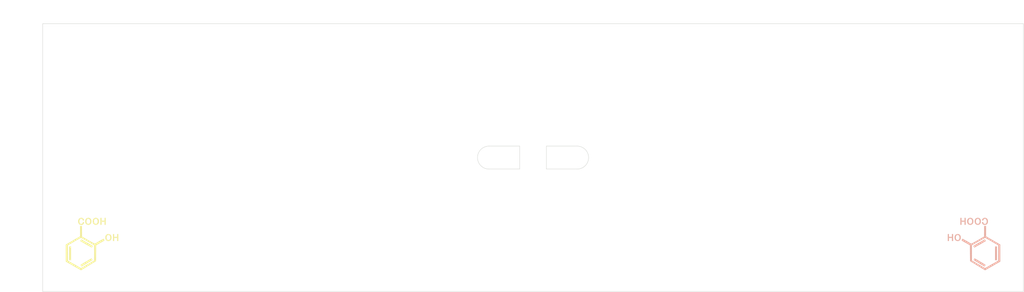
<source format=kicad_pcb>
(kicad_pcb (version 20171130) (host pcbnew "(5.0.1)-3")

  (general
    (thickness 1.6)
    (drawings 14)
    (tracks 0)
    (zones 0)
    (modules 2)
    (nets 1)
  )

  (page A4)
  (layers
    (0 F.Cu signal)
    (31 B.Cu signal)
    (32 B.Adhes user)
    (33 F.Adhes user)
    (34 B.Paste user)
    (35 F.Paste user)
    (36 B.SilkS user)
    (37 F.SilkS user)
    (38 B.Mask user)
    (39 F.Mask user)
    (40 Dwgs.User user)
    (41 Cmts.User user)
    (42 Eco1.User user)
    (43 Eco2.User user)
    (44 Edge.Cuts user)
    (45 Margin user)
    (46 B.CrtYd user)
    (47 F.CrtYd user)
    (48 B.Fab user)
    (49 F.Fab user)
  )

  (setup
    (last_trace_width 0.25)
    (user_trace_width 0.5)
    (trace_clearance 0.2)
    (zone_clearance 0.508)
    (zone_45_only no)
    (trace_min 0.2)
    (segment_width 0.2)
    (edge_width 0.1)
    (via_size 0.8)
    (via_drill 0.4)
    (via_min_size 0.4)
    (via_min_drill 0.3)
    (uvia_size 0.3)
    (uvia_drill 0.1)
    (uvias_allowed no)
    (uvia_min_size 0.2)
    (uvia_min_drill 0.1)
    (pcb_text_width 0.3)
    (pcb_text_size 1.5 1.5)
    (mod_edge_width 0.15)
    (mod_text_size 1 1)
    (mod_text_width 0.15)
    (pad_size 1.5 1.5)
    (pad_drill 0.6)
    (pad_to_mask_clearance 0)
    (solder_mask_min_width 0.25)
    (aux_axis_origin 0 0)
    (visible_elements 7FFFFFFF)
    (pcbplotparams
      (layerselection 0x010f0_ffffffff)
      (usegerberextensions true)
      (usegerberattributes false)
      (usegerberadvancedattributes false)
      (creategerberjobfile false)
      (excludeedgelayer true)
      (linewidth 0.100000)
      (plotframeref false)
      (viasonmask false)
      (mode 1)
      (useauxorigin false)
      (hpglpennumber 1)
      (hpglpenspeed 20)
      (hpglpendiameter 15.000000)
      (psnegative false)
      (psa4output false)
      (plotreference true)
      (plotvalue true)
      (plotinvisibletext false)
      (padsonsilk false)
      (subtractmaskfromsilk false)
      (outputformat 1)
      (mirror false)
      (drillshape 0)
      (scaleselection 1)
      (outputdirectory "../生成ファイル/yukata_base/"))
  )

  (net 0 "")

  (net_class Default "これはデフォルトのネット クラスです。"
    (clearance 0.2)
    (trace_width 0.25)
    (via_dia 0.8)
    (via_drill 0.4)
    (uvia_dia 0.3)
    (uvia_drill 0.1)
  )

  (module logos:salicylic-acid2s (layer F.Cu) (tedit 0) (tstamp 5C7FF3E7)
    (at 32.25 75.5)
    (fp_text reference G*** (at 0 0) (layer F.SilkS) hide
      (effects (font (size 1.524 1.524) (thickness 0.3)))
    )
    (fp_text value LOGO (at 0.75 0) (layer F.SilkS) hide
      (effects (font (size 1.524 1.524) (thickness 0.3)))
    )
    (fp_poly (pts (xy -3.65284 -0.356344) (xy -3.567656 -0.310362) (xy -3.437364 -0.238461) (xy -3.268797 -0.144517)
      (xy -3.068786 -0.032406) (xy -2.844164 0.093997) (xy -2.601763 0.230816) (xy -2.348415 0.374176)
      (xy -2.090952 0.5202) (xy -1.836207 0.665014) (xy -1.591011 0.804741) (xy -1.362197 0.935507)
      (xy -1.156598 1.053436) (xy -0.981044 1.154651) (xy -0.842369 1.235278) (xy -0.747405 1.291442)
      (xy -0.702983 1.319265) (xy -0.701264 1.32061) (xy -0.696339 1.363601) (xy -0.720718 1.436348)
      (xy -0.723725 1.442496) (xy -0.772268 1.540486) (xy -0.82692 1.6523) (xy -0.834496 1.667934)
      (xy -0.880207 1.746379) (xy -0.920609 1.78973) (xy -0.930568 1.792865) (xy -0.965912 1.776084)
      (xy -1.054243 1.728709) (xy -1.189852 1.653945) (xy -1.367026 1.554997) (xy -1.580058 1.435073)
      (xy -1.823236 1.297376) (xy -2.090851 1.145114) (xy -2.377192 0.981491) (xy -2.443695 0.943392)
      (xy -3.92219 0.095988) (xy -3.818719 -0.138272) (xy -3.765637 -0.250351) (xy -3.719576 -0.333211)
      (xy -3.689203 -0.371544) (xy -3.686084 -0.372533) (xy -3.65284 -0.356344)) (layer F.SilkS) (width 0.01))
    (fp_poly (pts (xy -6.333067 5.08) (xy -6.841067 5.08) (xy -6.841067 1.490134) (xy -6.333067 1.490134)
      (xy -6.333067 5.08)) (layer F.SilkS) (width 0.01))
    (fp_poly (pts (xy -0.963019 4.611786) (xy -0.926551 4.665818) (xy -0.876676 4.759859) (xy -0.835438 4.848434)
      (xy -0.751418 5.040201) (xy -2.167875 5.889834) (xy -2.449622 6.058466) (xy -2.713966 6.21597)
      (xy -2.955188 6.358989) (xy -3.167566 6.484166) (xy -3.345383 6.588142) (xy -3.482919 6.66756)
      (xy -3.574454 6.719063) (xy -3.61427 6.739293) (xy -3.615185 6.739467) (xy -3.644264 6.711373)
      (xy -3.692483 6.637233) (xy -3.750085 6.532265) (xy -3.757839 6.516979) (xy -3.809251 6.403693)
      (xy -3.838827 6.31565) (xy -3.841263 6.269008) (xy -3.839819 6.267252) (xy -3.805565 6.244922)
      (xy -3.718884 6.191429) (xy -3.585549 6.110256) (xy -3.411335 6.004888) (xy -3.202016 5.878809)
      (xy -2.963365 5.735502) (xy -2.701157 5.578452) (xy -2.421165 5.411143) (xy -2.40829 5.403459)
      (xy -2.078176 5.206878) (xy -1.801336 5.043108) (xy -1.573235 4.909664) (xy -1.389335 4.804061)
      (xy -1.245102 4.723815) (xy -1.135999 4.666441) (xy -1.057489 4.629454) (xy -1.005038 4.61037)
      (xy -0.974109 4.606703) (xy -0.963019 4.611786)) (layer F.SilkS) (width 0.01))
    (fp_poly (pts (xy 1.6256 -5.249333) (xy 2.404533 -5.249333) (xy 2.404533 -5.9944) (xy 2.709333 -5.9944)
      (xy 2.709333 -4.1656) (xy 2.404533 -4.1656) (xy 2.404533 -4.9784) (xy 1.6256 -4.9784)
      (xy 1.6256 -4.1656) (xy 1.3208 -4.1656) (xy 1.3208 -5.9944) (xy 1.6256 -5.9944)
      (xy 1.6256 -5.249333)) (layer F.SilkS) (width 0.01))
    (fp_poly (pts (xy 0.39018 -5.963724) (xy 0.582265 -5.872552) (xy 0.739466 -5.736759) (xy 0.74608 -5.728892)
      (xy 0.855823 -5.547013) (xy 0.922974 -5.329541) (xy 0.947294 -5.093742) (xy 0.928546 -4.856879)
      (xy 0.86649 -4.636218) (xy 0.763707 -4.452695) (xy 0.620093 -4.314337) (xy 0.437727 -4.212464)
      (xy 0.236373 -4.154134) (xy 0.035792 -4.146405) (xy -0.0508 -4.161793) (xy -0.246948 -4.242568)
      (xy -0.420901 -4.370646) (xy -0.557295 -4.531876) (xy -0.638029 -4.702672) (xy -0.663294 -4.838075)
      (xy -0.675039 -5.011829) (xy -0.674383 -5.08) (xy -0.353644 -5.08) (xy -0.335157 -4.8514)
      (xy -0.277725 -4.673039) (xy -0.178393 -4.537775) (xy -0.105059 -4.479313) (xy 0.049296 -4.414016)
      (xy 0.211255 -4.414069) (xy 0.364068 -4.475633) (xy 0.483803 -4.583628) (xy 0.562696 -4.736771)
      (xy 0.602705 -4.939877) (xy 0.608856 -5.077774) (xy 0.587917 -5.307022) (xy 0.526115 -5.494861)
      (xy 0.427175 -5.636031) (xy 0.294819 -5.725268) (xy 0.132771 -5.75731) (xy 0.128011 -5.757333)
      (xy -0.032781 -5.726611) (xy -0.165581 -5.63842) (xy -0.266146 -5.498724) (xy -0.330238 -5.313487)
      (xy -0.353615 -5.088672) (xy -0.353644 -5.08) (xy -0.674383 -5.08) (xy -0.673265 -5.195915)
      (xy -0.657971 -5.362315) (xy -0.638029 -5.457327) (xy -0.565434 -5.609312) (xy -0.44788 -5.759249)
      (xy -0.304955 -5.884552) (xy -0.224961 -5.933591) (xy -0.030476 -5.997836) (xy 0.180252 -6.006682)
      (xy 0.39018 -5.963724)) (layer F.SilkS) (width 0.01))
    (fp_poly (pts (xy -1.574087 -5.963724) (xy -1.382001 -5.872552) (xy -1.224801 -5.736759) (xy -1.218186 -5.728892)
      (xy -1.108444 -5.547013) (xy -1.041293 -5.329541) (xy -1.016972 -5.093742) (xy -1.035721 -4.856879)
      (xy -1.097777 -4.636218) (xy -1.20056 -4.452695) (xy -1.344173 -4.314337) (xy -1.526539 -4.212464)
      (xy -1.727894 -4.154134) (xy -1.928474 -4.146405) (xy -2.015067 -4.161793) (xy -2.211214 -4.242568)
      (xy -2.385167 -4.370646) (xy -2.521561 -4.531876) (xy -2.602296 -4.702672) (xy -2.62756 -4.838075)
      (xy -2.639306 -5.011829) (xy -2.638649 -5.08) (xy -2.31791 -5.08) (xy -2.299423 -4.8514)
      (xy -2.241992 -4.673039) (xy -2.14266 -4.537775) (xy -2.069325 -4.479313) (xy -1.914971 -4.414016)
      (xy -1.753012 -4.414069) (xy -1.600199 -4.475633) (xy -1.480464 -4.583628) (xy -1.40157 -4.736771)
      (xy -1.361562 -4.939877) (xy -1.355411 -5.077774) (xy -1.37635 -5.307022) (xy -1.438151 -5.494861)
      (xy -1.537092 -5.636031) (xy -1.669448 -5.725268) (xy -1.831496 -5.75731) (xy -1.836256 -5.757333)
      (xy -1.997048 -5.726611) (xy -2.129847 -5.63842) (xy -2.230413 -5.498724) (xy -2.294505 -5.313487)
      (xy -2.317882 -5.088672) (xy -2.31791 -5.08) (xy -2.638649 -5.08) (xy -2.637531 -5.195915)
      (xy -2.622238 -5.362315) (xy -2.602296 -5.457327) (xy -2.5297 -5.609312) (xy -2.412146 -5.759249)
      (xy -2.269222 -5.884552) (xy -2.189228 -5.933591) (xy -1.994743 -5.997836) (xy -1.784015 -6.006682)
      (xy -1.574087 -5.963724)) (layer F.SilkS) (width 0.01))
    (fp_poly (pts (xy -3.513912 -5.996729) (xy -3.481824 -5.99047) (xy -3.299844 -5.919186) (xy -3.145072 -5.794821)
      (xy -3.031057 -5.630636) (xy -2.983686 -5.502882) (xy -2.96295 -5.386683) (xy -2.978516 -5.319625)
      (xy -3.037668 -5.289646) (xy -3.115733 -5.284237) (xy -3.205445 -5.29598) (xy -3.263765 -5.341477)
      (xy -3.308281 -5.436134) (xy -3.316286 -5.459892) (xy -3.394096 -5.605264) (xy -3.511959 -5.707072)
      (xy -3.656608 -5.75498) (xy -3.69805 -5.757333) (xy -3.79304 -5.74779) (xy -3.871441 -5.710215)
      (xy -3.961044 -5.631189) (xy -3.962666 -5.62957) (xy -4.074283 -5.474384) (xy -4.143541 -5.285438)
      (xy -4.17019 -5.079507) (xy -4.153981 -4.873368) (xy -4.094664 -4.683796) (xy -3.991992 -4.527567)
      (xy -3.979229 -4.514322) (xy -3.900817 -4.445568) (xy -3.825884 -4.412557) (xy -3.722605 -4.402891)
      (xy -3.692627 -4.402667) (xy -3.577353 -4.40962) (xy -3.481321 -4.427297) (xy -3.449295 -4.439266)
      (xy -3.389265 -4.49777) (xy -3.328127 -4.597187) (xy -3.278512 -4.712104) (xy -3.25305 -4.817109)
      (xy -3.251944 -4.836322) (xy -3.245415 -4.8831) (xy -3.215242 -4.904188) (xy -3.143769 -4.906988)
      (xy -3.090333 -4.904055) (xy -2.993638 -4.895308) (xy -2.947783 -4.877182) (xy -2.935944 -4.83726)
      (xy -2.938665 -4.792133) (xy -2.98558 -4.58634) (xy -3.081286 -4.407069) (xy -3.216629 -4.266419)
      (xy -3.382454 -4.176492) (xy -3.411141 -4.167636) (xy -3.612631 -4.136467) (xy -3.822642 -4.145357)
      (xy -3.975108 -4.181487) (xy -4.15201 -4.278434) (xy -4.295178 -4.424273) (xy -4.402235 -4.607856)
      (xy -4.470805 -4.818037) (xy -4.49851 -5.043669) (xy -4.482972 -5.273605) (xy -4.421815 -5.496699)
      (xy -4.312662 -5.701803) (xy -4.302408 -5.716241) (xy -4.153171 -5.866997) (xy -3.965945 -5.966024)
      (xy -3.749826 -6.010281) (xy -3.513912 -5.996729)) (layer F.SilkS) (width 0.01))
    (fp_poly (pts (xy 4.910667 -1.016) (xy 5.6896 -1.016) (xy 5.6896 -1.761066) (xy 5.9944 -1.761066)
      (xy 5.9944 0.067733) (xy 5.6896 0.067733) (xy 5.6896 -0.745067) (xy 4.910667 -0.745067)
      (xy 4.910667 0.067733) (xy 4.605867 0.067733) (xy 4.605867 -1.761066) (xy 4.910667 -1.761066)
      (xy 4.910667 -1.016)) (layer F.SilkS) (width 0.01))
    (fp_poly (pts (xy 3.675246 -1.73039) (xy 3.867332 -1.639218) (xy 4.024533 -1.503426) (xy 4.031147 -1.495559)
      (xy 4.14089 -1.31368) (xy 4.20804 -1.096208) (xy 4.232361 -0.860408) (xy 4.213612 -0.623545)
      (xy 4.151556 -0.402885) (xy 4.048774 -0.219361) (xy 3.90516 -0.081003) (xy 3.722794 0.02087)
      (xy 3.521439 0.0792) (xy 3.320859 0.086928) (xy 3.234267 0.071541) (xy 3.038119 -0.009234)
      (xy 2.864166 -0.137312) (xy 2.727772 -0.298542) (xy 2.647037 -0.469339) (xy 2.621773 -0.604741)
      (xy 2.610028 -0.778495) (xy 2.610684 -0.846667) (xy 2.931423 -0.846667) (xy 2.94991 -0.618067)
      (xy 3.007342 -0.439706) (xy 3.106674 -0.304441) (xy 3.180008 -0.24598) (xy 3.334363 -0.180682)
      (xy 3.496322 -0.180736) (xy 3.649135 -0.2423) (xy 3.76887 -0.350294) (xy 3.847763 -0.503438)
      (xy 3.887772 -0.706544) (xy 3.893923 -0.844441) (xy 3.872984 -1.073688) (xy 3.811182 -1.261528)
      (xy 3.712241 -1.402697) (xy 3.579885 -1.491935) (xy 3.417837 -1.523977) (xy 3.413077 -1.524)
      (xy 3.252285 -1.493278) (xy 3.119486 -1.405087) (xy 3.01892 -1.265391) (xy 2.954828 -1.080154)
      (xy 2.931452 -0.855339) (xy 2.931423 -0.846667) (xy 2.610684 -0.846667) (xy 2.611802 -0.962582)
      (xy 2.627095 -1.128982) (xy 2.647037 -1.223994) (xy 2.719633 -1.375979) (xy 2.837187 -1.525915)
      (xy 2.980112 -1.651218) (xy 3.060105 -1.700257) (xy 3.254591 -1.764502) (xy 3.465319 -1.773349)
      (xy 3.675246 -1.73039)) (layer F.SilkS) (width 0.01))
    (fp_poly (pts (xy -3.471333 -1.103234) (xy -1.829736 -0.164989) (xy -1.471231 0.039602) (xy -1.166793 0.212541)
      (xy -0.911923 0.3562) (xy -0.702121 0.472955) (xy -0.532889 0.565179) (xy -0.399727 0.635245)
      (xy -0.298136 0.68553) (xy -0.223618 0.718405) (xy -0.171672 0.736245) (xy -0.1378 0.741425)
      (xy -0.119469 0.737446) (xy -0.074873 0.712685) (xy 0.021288 0.658257) (xy 0.161856 0.578248)
      (xy 0.339671 0.476746) (xy 0.547573 0.357836) (xy 0.778405 0.225604) (xy 0.999181 0.098961)
      (xy 1.243753 -0.04113) (xy 1.471258 -0.170889) (xy 1.674653 -0.28634) (xy 1.846894 -0.38351)
      (xy 1.980937 -0.458422) (xy 2.069739 -0.507104) (xy 2.105281 -0.525251) (xy 2.143652 -0.522078)
      (xy 2.189616 -0.478224) (xy 2.250963 -0.384977) (xy 2.287266 -0.321718) (xy 2.347366 -0.203834)
      (xy 2.381394 -0.114719) (xy 2.384235 -0.067986) (xy 2.383126 -0.066646) (xy 2.347745 -0.043424)
      (xy 2.260322 0.009398) (xy 2.127647 0.08785) (xy 1.956505 0.18796) (xy 1.753684 0.305758)
      (xy 1.525973 0.437272) (xy 1.286628 0.574825) (xy 0.220133 1.186291) (xy 0.2032 3.255626)
      (xy 0.186266 5.32496) (xy -1.769889 6.52328) (xy -2.100463 6.725708) (xy -2.413733 6.917386)
      (xy -2.704973 7.095433) (xy -2.96946 7.25697) (xy -3.202469 7.399114) (xy -3.399275 7.518985)
      (xy -3.555155 7.613702) (xy -3.665384 7.680384) (xy -3.725237 7.716149) (xy -3.734989 7.7216)
      (xy -3.765109 7.705208) (xy -3.849177 7.657861) (xy -3.982382 7.582302) (xy -4.159917 7.481273)
      (xy -4.376971 7.357518) (xy -4.628736 7.21378) (xy -4.910403 7.052801) (xy -5.217164 6.877325)
      (xy -5.544208 6.690095) (xy -5.732766 6.582082) (xy -7.7216 5.442565) (xy -7.720373 3.220816)
      (xy -7.719258 1.202267) (xy -7.177965 1.202267) (xy -7.170383 3.196828) (xy -7.1628 5.191388)
      (xy -5.452533 6.164709) (xy -3.742267 7.138029) (xy -3.623734 7.075699) (xy -3.572434 7.04711)
      (xy -3.468465 6.987798) (xy -3.317679 6.901146) (xy -3.125925 6.790536) (xy -2.899057 6.65935)
      (xy -2.642925 6.51097) (xy -2.363381 6.348776) (xy -2.066277 6.176152) (xy -1.913467 6.087275)
      (xy -0.321734 5.161179) (xy -0.314197 3.16479) (xy -0.306661 1.1684) (xy -2.000492 0.2032)
      (xy -2.311764 0.026113) (xy -2.606198 -0.140842) (xy -2.878408 -0.294649) (xy -3.12301 -0.432292)
      (xy -3.33462 -0.550754) (xy -3.507853 -0.647019) (xy -3.637324 -0.71807) (xy -3.717649 -0.760893)
      (xy -3.742831 -0.772783) (xy -3.78016 -0.758056) (xy -3.870469 -0.71184) (xy -4.008439 -0.637136)
      (xy -4.188754 -0.53694) (xy -4.406097 -0.414251) (xy -4.65515 -0.272068) (xy -4.930594 -0.113388)
      (xy -5.227114 0.05879) (xy -5.484652 0.20935) (xy -7.177965 1.202267) (xy -7.719258 1.202267)
      (xy -7.719145 0.999067) (xy -5.857756 -0.084667) (xy -3.996367 -1.1684) (xy -3.996267 -3.8608)
      (xy -3.489027 -3.8608) (xy -3.471333 -1.103234)) (layer F.SilkS) (width 0.01))
  )

  (module logos:salicylic-acid2s (layer B.Cu) (tedit 0) (tstamp 5C7FF42B)
    (at 260.75 75.5 180)
    (fp_text reference G*** (at 0 0 180) (layer B.SilkS) hide
      (effects (font (size 1.524 1.524) (thickness 0.3)) (justify mirror))
    )
    (fp_text value LOGO (at 0.75 0 180) (layer B.SilkS) hide
      (effects (font (size 1.524 1.524) (thickness 0.3)) (justify mirror))
    )
    (fp_poly (pts (xy -3.65284 0.356344) (xy -3.567656 0.310362) (xy -3.437364 0.238461) (xy -3.268797 0.144517)
      (xy -3.068786 0.032406) (xy -2.844164 -0.093997) (xy -2.601763 -0.230816) (xy -2.348415 -0.374176)
      (xy -2.090952 -0.5202) (xy -1.836207 -0.665014) (xy -1.591011 -0.804741) (xy -1.362197 -0.935507)
      (xy -1.156598 -1.053436) (xy -0.981044 -1.154651) (xy -0.842369 -1.235278) (xy -0.747405 -1.291442)
      (xy -0.702983 -1.319265) (xy -0.701264 -1.32061) (xy -0.696339 -1.363601) (xy -0.720718 -1.436348)
      (xy -0.723725 -1.442496) (xy -0.772268 -1.540486) (xy -0.82692 -1.6523) (xy -0.834496 -1.667934)
      (xy -0.880207 -1.746379) (xy -0.920609 -1.78973) (xy -0.930568 -1.792865) (xy -0.965912 -1.776084)
      (xy -1.054243 -1.728709) (xy -1.189852 -1.653945) (xy -1.367026 -1.554997) (xy -1.580058 -1.435073)
      (xy -1.823236 -1.297376) (xy -2.090851 -1.145114) (xy -2.377192 -0.981491) (xy -2.443695 -0.943392)
      (xy -3.92219 -0.095988) (xy -3.818719 0.138272) (xy -3.765637 0.250351) (xy -3.719576 0.333211)
      (xy -3.689203 0.371544) (xy -3.686084 0.372533) (xy -3.65284 0.356344)) (layer B.SilkS) (width 0.01))
    (fp_poly (pts (xy -6.333067 -5.08) (xy -6.841067 -5.08) (xy -6.841067 -1.490134) (xy -6.333067 -1.490134)
      (xy -6.333067 -5.08)) (layer B.SilkS) (width 0.01))
    (fp_poly (pts (xy -0.963019 -4.611786) (xy -0.926551 -4.665818) (xy -0.876676 -4.759859) (xy -0.835438 -4.848434)
      (xy -0.751418 -5.040201) (xy -2.167875 -5.889834) (xy -2.449622 -6.058466) (xy -2.713966 -6.21597)
      (xy -2.955188 -6.358989) (xy -3.167566 -6.484166) (xy -3.345383 -6.588142) (xy -3.482919 -6.66756)
      (xy -3.574454 -6.719063) (xy -3.61427 -6.739293) (xy -3.615185 -6.739467) (xy -3.644264 -6.711373)
      (xy -3.692483 -6.637233) (xy -3.750085 -6.532265) (xy -3.757839 -6.516979) (xy -3.809251 -6.403693)
      (xy -3.838827 -6.31565) (xy -3.841263 -6.269008) (xy -3.839819 -6.267252) (xy -3.805565 -6.244922)
      (xy -3.718884 -6.191429) (xy -3.585549 -6.110256) (xy -3.411335 -6.004888) (xy -3.202016 -5.878809)
      (xy -2.963365 -5.735502) (xy -2.701157 -5.578452) (xy -2.421165 -5.411143) (xy -2.40829 -5.403459)
      (xy -2.078176 -5.206878) (xy -1.801336 -5.043108) (xy -1.573235 -4.909664) (xy -1.389335 -4.804061)
      (xy -1.245102 -4.723815) (xy -1.135999 -4.666441) (xy -1.057489 -4.629454) (xy -1.005038 -4.61037)
      (xy -0.974109 -4.606703) (xy -0.963019 -4.611786)) (layer B.SilkS) (width 0.01))
    (fp_poly (pts (xy 1.6256 5.249333) (xy 2.404533 5.249333) (xy 2.404533 5.9944) (xy 2.709333 5.9944)
      (xy 2.709333 4.1656) (xy 2.404533 4.1656) (xy 2.404533 4.9784) (xy 1.6256 4.9784)
      (xy 1.6256 4.1656) (xy 1.3208 4.1656) (xy 1.3208 5.9944) (xy 1.6256 5.9944)
      (xy 1.6256 5.249333)) (layer B.SilkS) (width 0.01))
    (fp_poly (pts (xy 0.39018 5.963724) (xy 0.582265 5.872552) (xy 0.739466 5.736759) (xy 0.74608 5.728892)
      (xy 0.855823 5.547013) (xy 0.922974 5.329541) (xy 0.947294 5.093742) (xy 0.928546 4.856879)
      (xy 0.86649 4.636218) (xy 0.763707 4.452695) (xy 0.620093 4.314337) (xy 0.437727 4.212464)
      (xy 0.236373 4.154134) (xy 0.035792 4.146405) (xy -0.0508 4.161793) (xy -0.246948 4.242568)
      (xy -0.420901 4.370646) (xy -0.557295 4.531876) (xy -0.638029 4.702672) (xy -0.663294 4.838075)
      (xy -0.675039 5.011829) (xy -0.674383 5.08) (xy -0.353644 5.08) (xy -0.335157 4.8514)
      (xy -0.277725 4.673039) (xy -0.178393 4.537775) (xy -0.105059 4.479313) (xy 0.049296 4.414016)
      (xy 0.211255 4.414069) (xy 0.364068 4.475633) (xy 0.483803 4.583628) (xy 0.562696 4.736771)
      (xy 0.602705 4.939877) (xy 0.608856 5.077774) (xy 0.587917 5.307022) (xy 0.526115 5.494861)
      (xy 0.427175 5.636031) (xy 0.294819 5.725268) (xy 0.132771 5.75731) (xy 0.128011 5.757333)
      (xy -0.032781 5.726611) (xy -0.165581 5.63842) (xy -0.266146 5.498724) (xy -0.330238 5.313487)
      (xy -0.353615 5.088672) (xy -0.353644 5.08) (xy -0.674383 5.08) (xy -0.673265 5.195915)
      (xy -0.657971 5.362315) (xy -0.638029 5.457327) (xy -0.565434 5.609312) (xy -0.44788 5.759249)
      (xy -0.304955 5.884552) (xy -0.224961 5.933591) (xy -0.030476 5.997836) (xy 0.180252 6.006682)
      (xy 0.39018 5.963724)) (layer B.SilkS) (width 0.01))
    (fp_poly (pts (xy -1.574087 5.963724) (xy -1.382001 5.872552) (xy -1.224801 5.736759) (xy -1.218186 5.728892)
      (xy -1.108444 5.547013) (xy -1.041293 5.329541) (xy -1.016972 5.093742) (xy -1.035721 4.856879)
      (xy -1.097777 4.636218) (xy -1.20056 4.452695) (xy -1.344173 4.314337) (xy -1.526539 4.212464)
      (xy -1.727894 4.154134) (xy -1.928474 4.146405) (xy -2.015067 4.161793) (xy -2.211214 4.242568)
      (xy -2.385167 4.370646) (xy -2.521561 4.531876) (xy -2.602296 4.702672) (xy -2.62756 4.838075)
      (xy -2.639306 5.011829) (xy -2.638649 5.08) (xy -2.31791 5.08) (xy -2.299423 4.8514)
      (xy -2.241992 4.673039) (xy -2.14266 4.537775) (xy -2.069325 4.479313) (xy -1.914971 4.414016)
      (xy -1.753012 4.414069) (xy -1.600199 4.475633) (xy -1.480464 4.583628) (xy -1.40157 4.736771)
      (xy -1.361562 4.939877) (xy -1.355411 5.077774) (xy -1.37635 5.307022) (xy -1.438151 5.494861)
      (xy -1.537092 5.636031) (xy -1.669448 5.725268) (xy -1.831496 5.75731) (xy -1.836256 5.757333)
      (xy -1.997048 5.726611) (xy -2.129847 5.63842) (xy -2.230413 5.498724) (xy -2.294505 5.313487)
      (xy -2.317882 5.088672) (xy -2.31791 5.08) (xy -2.638649 5.08) (xy -2.637531 5.195915)
      (xy -2.622238 5.362315) (xy -2.602296 5.457327) (xy -2.5297 5.609312) (xy -2.412146 5.759249)
      (xy -2.269222 5.884552) (xy -2.189228 5.933591) (xy -1.994743 5.997836) (xy -1.784015 6.006682)
      (xy -1.574087 5.963724)) (layer B.SilkS) (width 0.01))
    (fp_poly (pts (xy -3.513912 5.996729) (xy -3.481824 5.99047) (xy -3.299844 5.919186) (xy -3.145072 5.794821)
      (xy -3.031057 5.630636) (xy -2.983686 5.502882) (xy -2.96295 5.386683) (xy -2.978516 5.319625)
      (xy -3.037668 5.289646) (xy -3.115733 5.284237) (xy -3.205445 5.29598) (xy -3.263765 5.341477)
      (xy -3.308281 5.436134) (xy -3.316286 5.459892) (xy -3.394096 5.605264) (xy -3.511959 5.707072)
      (xy -3.656608 5.75498) (xy -3.69805 5.757333) (xy -3.79304 5.74779) (xy -3.871441 5.710215)
      (xy -3.961044 5.631189) (xy -3.962666 5.62957) (xy -4.074283 5.474384) (xy -4.143541 5.285438)
      (xy -4.17019 5.079507) (xy -4.153981 4.873368) (xy -4.094664 4.683796) (xy -3.991992 4.527567)
      (xy -3.979229 4.514322) (xy -3.900817 4.445568) (xy -3.825884 4.412557) (xy -3.722605 4.402891)
      (xy -3.692627 4.402667) (xy -3.577353 4.40962) (xy -3.481321 4.427297) (xy -3.449295 4.439266)
      (xy -3.389265 4.49777) (xy -3.328127 4.597187) (xy -3.278512 4.712104) (xy -3.25305 4.817109)
      (xy -3.251944 4.836322) (xy -3.245415 4.8831) (xy -3.215242 4.904188) (xy -3.143769 4.906988)
      (xy -3.090333 4.904055) (xy -2.993638 4.895308) (xy -2.947783 4.877182) (xy -2.935944 4.83726)
      (xy -2.938665 4.792133) (xy -2.98558 4.58634) (xy -3.081286 4.407069) (xy -3.216629 4.266419)
      (xy -3.382454 4.176492) (xy -3.411141 4.167636) (xy -3.612631 4.136467) (xy -3.822642 4.145357)
      (xy -3.975108 4.181487) (xy -4.15201 4.278434) (xy -4.295178 4.424273) (xy -4.402235 4.607856)
      (xy -4.470805 4.818037) (xy -4.49851 5.043669) (xy -4.482972 5.273605) (xy -4.421815 5.496699)
      (xy -4.312662 5.701803) (xy -4.302408 5.716241) (xy -4.153171 5.866997) (xy -3.965945 5.966024)
      (xy -3.749826 6.010281) (xy -3.513912 5.996729)) (layer B.SilkS) (width 0.01))
    (fp_poly (pts (xy 4.910667 1.016) (xy 5.6896 1.016) (xy 5.6896 1.761066) (xy 5.9944 1.761066)
      (xy 5.9944 -0.067733) (xy 5.6896 -0.067733) (xy 5.6896 0.745067) (xy 4.910667 0.745067)
      (xy 4.910667 -0.067733) (xy 4.605867 -0.067733) (xy 4.605867 1.761066) (xy 4.910667 1.761066)
      (xy 4.910667 1.016)) (layer B.SilkS) (width 0.01))
    (fp_poly (pts (xy 3.675246 1.73039) (xy 3.867332 1.639218) (xy 4.024533 1.503426) (xy 4.031147 1.495559)
      (xy 4.14089 1.31368) (xy 4.20804 1.096208) (xy 4.232361 0.860408) (xy 4.213612 0.623545)
      (xy 4.151556 0.402885) (xy 4.048774 0.219361) (xy 3.90516 0.081003) (xy 3.722794 -0.02087)
      (xy 3.521439 -0.0792) (xy 3.320859 -0.086928) (xy 3.234267 -0.071541) (xy 3.038119 0.009234)
      (xy 2.864166 0.137312) (xy 2.727772 0.298542) (xy 2.647037 0.469339) (xy 2.621773 0.604741)
      (xy 2.610028 0.778495) (xy 2.610684 0.846667) (xy 2.931423 0.846667) (xy 2.94991 0.618067)
      (xy 3.007342 0.439706) (xy 3.106674 0.304441) (xy 3.180008 0.24598) (xy 3.334363 0.180682)
      (xy 3.496322 0.180736) (xy 3.649135 0.2423) (xy 3.76887 0.350294) (xy 3.847763 0.503438)
      (xy 3.887772 0.706544) (xy 3.893923 0.844441) (xy 3.872984 1.073688) (xy 3.811182 1.261528)
      (xy 3.712241 1.402697) (xy 3.579885 1.491935) (xy 3.417837 1.523977) (xy 3.413077 1.524)
      (xy 3.252285 1.493278) (xy 3.119486 1.405087) (xy 3.01892 1.265391) (xy 2.954828 1.080154)
      (xy 2.931452 0.855339) (xy 2.931423 0.846667) (xy 2.610684 0.846667) (xy 2.611802 0.962582)
      (xy 2.627095 1.128982) (xy 2.647037 1.223994) (xy 2.719633 1.375979) (xy 2.837187 1.525915)
      (xy 2.980112 1.651218) (xy 3.060105 1.700257) (xy 3.254591 1.764502) (xy 3.465319 1.773349)
      (xy 3.675246 1.73039)) (layer B.SilkS) (width 0.01))
    (fp_poly (pts (xy -3.471333 1.103234) (xy -1.829736 0.164989) (xy -1.471231 -0.039602) (xy -1.166793 -0.212541)
      (xy -0.911923 -0.3562) (xy -0.702121 -0.472955) (xy -0.532889 -0.565179) (xy -0.399727 -0.635245)
      (xy -0.298136 -0.68553) (xy -0.223618 -0.718405) (xy -0.171672 -0.736245) (xy -0.1378 -0.741425)
      (xy -0.119469 -0.737446) (xy -0.074873 -0.712685) (xy 0.021288 -0.658257) (xy 0.161856 -0.578248)
      (xy 0.339671 -0.476746) (xy 0.547573 -0.357836) (xy 0.778405 -0.225604) (xy 0.999181 -0.098961)
      (xy 1.243753 0.04113) (xy 1.471258 0.170889) (xy 1.674653 0.28634) (xy 1.846894 0.38351)
      (xy 1.980937 0.458422) (xy 2.069739 0.507104) (xy 2.105281 0.525251) (xy 2.143652 0.522078)
      (xy 2.189616 0.478224) (xy 2.250963 0.384977) (xy 2.287266 0.321718) (xy 2.347366 0.203834)
      (xy 2.381394 0.114719) (xy 2.384235 0.067986) (xy 2.383126 0.066646) (xy 2.347745 0.043424)
      (xy 2.260322 -0.009398) (xy 2.127647 -0.08785) (xy 1.956505 -0.18796) (xy 1.753684 -0.305758)
      (xy 1.525973 -0.437272) (xy 1.286628 -0.574825) (xy 0.220133 -1.186291) (xy 0.2032 -3.255626)
      (xy 0.186266 -5.32496) (xy -1.769889 -6.52328) (xy -2.100463 -6.725708) (xy -2.413733 -6.917386)
      (xy -2.704973 -7.095433) (xy -2.96946 -7.25697) (xy -3.202469 -7.399114) (xy -3.399275 -7.518985)
      (xy -3.555155 -7.613702) (xy -3.665384 -7.680384) (xy -3.725237 -7.716149) (xy -3.734989 -7.7216)
      (xy -3.765109 -7.705208) (xy -3.849177 -7.657861) (xy -3.982382 -7.582302) (xy -4.159917 -7.481273)
      (xy -4.376971 -7.357518) (xy -4.628736 -7.21378) (xy -4.910403 -7.052801) (xy -5.217164 -6.877325)
      (xy -5.544208 -6.690095) (xy -5.732766 -6.582082) (xy -7.7216 -5.442565) (xy -7.720373 -3.220816)
      (xy -7.719258 -1.202267) (xy -7.177965 -1.202267) (xy -7.170383 -3.196828) (xy -7.1628 -5.191388)
      (xy -5.452533 -6.164709) (xy -3.742267 -7.138029) (xy -3.623734 -7.075699) (xy -3.572434 -7.04711)
      (xy -3.468465 -6.987798) (xy -3.317679 -6.901146) (xy -3.125925 -6.790536) (xy -2.899057 -6.65935)
      (xy -2.642925 -6.51097) (xy -2.363381 -6.348776) (xy -2.066277 -6.176152) (xy -1.913467 -6.087275)
      (xy -0.321734 -5.161179) (xy -0.314197 -3.16479) (xy -0.306661 -1.1684) (xy -2.000492 -0.2032)
      (xy -2.311764 -0.026113) (xy -2.606198 0.140842) (xy -2.878408 0.294649) (xy -3.12301 0.432292)
      (xy -3.33462 0.550754) (xy -3.507853 0.647019) (xy -3.637324 0.71807) (xy -3.717649 0.760893)
      (xy -3.742831 0.772783) (xy -3.78016 0.758056) (xy -3.870469 0.71184) (xy -4.008439 0.637136)
      (xy -4.188754 0.53694) (xy -4.406097 0.414251) (xy -4.65515 0.272068) (xy -4.930594 0.113388)
      (xy -5.227114 -0.05879) (xy -5.484652 -0.20935) (xy -7.177965 -1.202267) (xy -7.719258 -1.202267)
      (xy -7.719145 -0.999067) (xy -5.857756 0.084667) (xy -3.996367 1.1684) (xy -3.996267 3.8608)
      (xy -3.489027 3.8608) (xy -3.471333 1.103234)) (layer B.SilkS) (width 0.01))
  )

  (gr_arc (start 135 53.75) (end 135 50.75) (angle -180) (layer Edge.Cuts) (width 0.1))
  (gr_line (start 150 56.75) (end 150 50.75) (layer Edge.Cuts) (width 0.1))
  (gr_arc (start 158 53.75) (end 158 56.75) (angle -180) (layer Edge.Cuts) (width 0.1))
  (dimension 256 (width 0.3) (layer Dwgs.User)
    (gr_text "256.000 mm" (at 146.5 13.65) (layer Dwgs.User)
      (effects (font (size 1.5 1.5) (thickness 0.3)))
    )
    (feature1 (pts (xy 274.5 18.75) (xy 274.5 15.163579)))
    (feature2 (pts (xy 18.5 18.75) (xy 18.5 15.163579)))
    (crossbar (pts (xy 18.5 15.75) (xy 274.5 15.75)))
    (arrow1a (pts (xy 274.5 15.75) (xy 273.373496 16.336421)))
    (arrow1b (pts (xy 274.5 15.75) (xy 273.373496 15.163579)))
    (arrow2a (pts (xy 18.5 15.75) (xy 19.626504 16.336421)))
    (arrow2b (pts (xy 18.5 15.75) (xy 19.626504 15.163579)))
  )
  (dimension 70 (width 0.3) (layer Dwgs.User)
    (gr_text "70.000 mm" (at 12.9 53.75 90) (layer Dwgs.User)
      (effects (font (size 1.5 1.5) (thickness 0.3)))
    )
    (feature1 (pts (xy 18.5 18.75) (xy 14.413579 18.75)))
    (feature2 (pts (xy 18.5 88.75) (xy 14.413579 88.75)))
    (crossbar (pts (xy 15 88.75) (xy 15 18.75)))
    (arrow1a (pts (xy 15 18.75) (xy 15.586421 19.876504)))
    (arrow1b (pts (xy 15 18.75) (xy 14.413579 19.876504)))
    (arrow2a (pts (xy 15 88.75) (xy 15.586421 87.623496)))
    (arrow2b (pts (xy 15 88.75) (xy 14.413579 87.623496)))
  )
  (gr_line (start 143 56.75) (end 135 56.75) (layer Edge.Cuts) (width 0.1))
  (gr_line (start 143 50.75) (end 143 56.75) (layer Edge.Cuts) (width 0.1))
  (gr_line (start 135 50.75) (end 143 50.75) (layer Edge.Cuts) (width 0.1))
  (gr_line (start 158 50.75) (end 150 50.75) (layer Edge.Cuts) (width 0.1))
  (gr_line (start 150 56.75) (end 158 56.75) (layer Edge.Cuts) (width 0.1))
  (gr_line (start 18.5 18.75) (end 274.5 18.75) (layer Edge.Cuts) (width 0.1))
  (gr_line (start 18.5 88.75) (end 18.5 18.75) (layer Edge.Cuts) (width 0.1))
  (gr_line (start 274.5 88.75) (end 18.5 88.75) (layer Edge.Cuts) (width 0.1))
  (gr_line (start 274.5 18.75) (end 274.5 88.75) (layer Edge.Cuts) (width 0.1))

)

</source>
